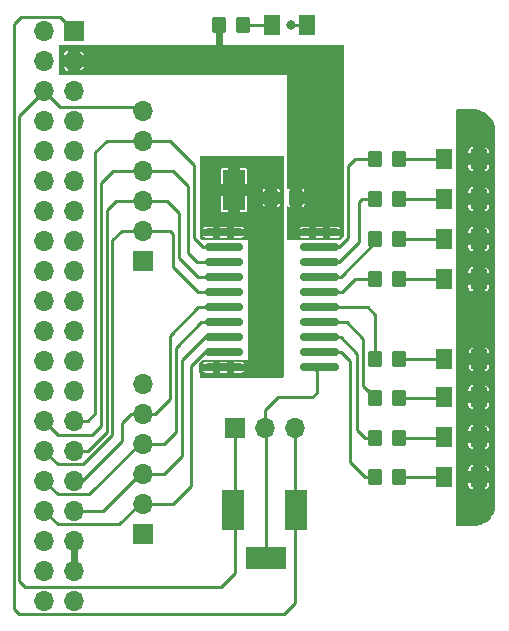
<source format=gbr>
%TF.GenerationSoftware,KiCad,Pcbnew,8.0.2*%
%TF.CreationDate,2024-05-07T14:35:48-05:00*%
%TF.ProjectId,CERBERUS 2100 Blinky,43455242-4552-4555-9320-323130302042,rev?*%
%TF.SameCoordinates,Original*%
%TF.FileFunction,Copper,L1,Top*%
%TF.FilePolarity,Positive*%
%FSLAX46Y46*%
G04 Gerber Fmt 4.6, Leading zero omitted, Abs format (unit mm)*
G04 Created by KiCad (PCBNEW 8.0.2) date 2024-05-07 14:35:48*
%MOMM*%
%LPD*%
G01*
G04 APERTURE LIST*
G04 Aperture macros list*
%AMRoundRect*
0 Rectangle with rounded corners*
0 $1 Rounding radius*
0 $2 $3 $4 $5 $6 $7 $8 $9 X,Y pos of 4 corners*
0 Add a 4 corners polygon primitive as box body*
4,1,4,$2,$3,$4,$5,$6,$7,$8,$9,$2,$3,0*
0 Add four circle primitives for the rounded corners*
1,1,$1+$1,$2,$3*
1,1,$1+$1,$4,$5*
1,1,$1+$1,$6,$7*
1,1,$1+$1,$8,$9*
0 Add four rect primitives between the rounded corners*
20,1,$1+$1,$2,$3,$4,$5,0*
20,1,$1+$1,$4,$5,$6,$7,0*
20,1,$1+$1,$6,$7,$8,$9,0*
20,1,$1+$1,$8,$9,$2,$3,0*%
G04 Aperture macros list end*
%TA.AperFunction,SMDPad,CuDef*%
%ADD10RoundRect,0.250001X0.462499X0.624999X-0.462499X0.624999X-0.462499X-0.624999X0.462499X-0.624999X0*%
%TD*%
%TA.AperFunction,ComponentPad*%
%ADD11R,1.700000X1.700000*%
%TD*%
%TA.AperFunction,ComponentPad*%
%ADD12O,1.700000X1.700000*%
%TD*%
%TA.AperFunction,SMDPad,CuDef*%
%ADD13RoundRect,0.250000X-0.350000X-0.450000X0.350000X-0.450000X0.350000X0.450000X-0.350000X0.450000X0*%
%TD*%
%TA.AperFunction,SMDPad,CuDef*%
%ADD14R,3.450000X1.850000*%
%TD*%
%TA.AperFunction,SMDPad,CuDef*%
%ADD15RoundRect,0.150000X-0.837500X-0.150000X0.837500X-0.150000X0.837500X0.150000X-0.837500X0.150000X0*%
%TD*%
%TA.AperFunction,SMDPad,CuDef*%
%ADD16RoundRect,0.250000X0.337500X0.475000X-0.337500X0.475000X-0.337500X-0.475000X0.337500X-0.475000X0*%
%TD*%
%TA.AperFunction,SMDPad,CuDef*%
%ADD17R,1.850000X3.450000*%
%TD*%
%TA.AperFunction,SMDPad,CuDef*%
%ADD18RoundRect,0.150000X-0.875000X-0.150000X0.875000X-0.150000X0.875000X0.150000X-0.875000X0.150000X0*%
%TD*%
%TA.AperFunction,ViaPad*%
%ADD19C,0.800000*%
%TD*%
%TA.AperFunction,Conductor*%
%ADD20C,0.609600*%
%TD*%
%TA.AperFunction,Conductor*%
%ADD21C,0.250000*%
%TD*%
G04 APERTURE END LIST*
D10*
%TO.P,D8,1,K*%
%TO.N,GND*%
X119129200Y-96477400D03*
%TO.P,D8,2,A*%
%TO.N,Net-(D8-A)*%
X116154200Y-96477400D03*
%TD*%
%TO.P,D3,1,K*%
%TO.N,GND*%
X119129200Y-76327000D03*
%TO.P,D3,2,A*%
%TO.N,Net-(D3-A)*%
X116154200Y-76327000D03*
%TD*%
D11*
%TO.P,J1,1,Pin_1*%
%TO.N,/XCLK*%
X84861400Y-62052200D03*
D12*
%TO.P,J1,2,Pin_2*%
%TO.N,GND*%
X82321400Y-62052200D03*
%TO.P,J1,3,Pin_3*%
%TO.N,+5V*%
X84861400Y-64592200D03*
%TO.P,J1,4,Pin_4*%
%TO.N,/XE*%
X82321400Y-64592200D03*
%TO.P,J1,5,Pin_5*%
%TO.N,/XBUSREQ*%
X84861400Y-67132200D03*
%TO.P,J1,6,Pin_6*%
%TO.N,/XSLC*%
X82321400Y-67132200D03*
%TO.P,J1,7,Pin_7*%
%TO.N,/XBUSACK*%
X84861400Y-69672200D03*
%TO.P,J1,8,Pin_8*%
%TO.N,/XIRQ*%
X82321400Y-69672200D03*
%TO.P,J1,9,Pin_9*%
%TO.N,/XRD*%
X84861400Y-72212200D03*
%TO.P,J1,10,Pin_10*%
%TO.N,/XWR*%
X82321400Y-72212200D03*
%TO.P,J1,11,Pin_11*%
%TO.N,/XA0*%
X84861400Y-74752200D03*
%TO.P,J1,12,Pin_12*%
%TO.N,/XA1*%
X82321400Y-74752200D03*
%TO.P,J1,13,Pin_13*%
%TO.N,/XA2*%
X84861400Y-77292200D03*
%TO.P,J1,14,Pin_14*%
%TO.N,/XA3*%
X82321400Y-77292200D03*
%TO.P,J1,15,Pin_15*%
%TO.N,/XA4*%
X84861400Y-79832200D03*
%TO.P,J1,16,Pin_16*%
%TO.N,/XA5*%
X82321400Y-79832200D03*
%TO.P,J1,17,Pin_17*%
%TO.N,/XA6*%
X84861400Y-82372200D03*
%TO.P,J1,18,Pin_18*%
%TO.N,/XA7*%
X82321400Y-82372200D03*
%TO.P,J1,19,Pin_19*%
%TO.N,/XA8*%
X84861400Y-84912200D03*
%TO.P,J1,20,Pin_20*%
%TO.N,/XA9*%
X82321400Y-84912200D03*
%TO.P,J1,21,Pin_21*%
%TO.N,/XA10*%
X84861400Y-87452200D03*
%TO.P,J1,22,Pin_22*%
%TO.N,/XA11*%
X82321400Y-87452200D03*
%TO.P,J1,23,Pin_23*%
%TO.N,/XA12*%
X84861400Y-89992200D03*
%TO.P,J1,24,Pin_24*%
%TO.N,/XA13*%
X82321400Y-89992200D03*
%TO.P,J1,25,Pin_25*%
%TO.N,/XA14*%
X84861400Y-92532200D03*
%TO.P,J1,26,Pin_26*%
%TO.N,/XA15*%
X82321400Y-92532200D03*
%TO.P,J1,27,Pin_27*%
%TO.N,/XD0*%
X84861400Y-95072200D03*
%TO.P,J1,28,Pin_28*%
%TO.N,/XD1*%
X82321400Y-95072200D03*
%TO.P,J1,29,Pin_29*%
%TO.N,/XD2*%
X84861400Y-97612200D03*
%TO.P,J1,30,Pin_30*%
%TO.N,/XD3*%
X82321400Y-97612200D03*
%TO.P,J1,31,Pin_31*%
%TO.N,/XD4*%
X84861400Y-100152200D03*
%TO.P,J1,32,Pin_32*%
%TO.N,/XD5*%
X82321400Y-100152200D03*
%TO.P,J1,33,Pin_33*%
%TO.N,/XD6*%
X84861400Y-102692200D03*
%TO.P,J1,34,Pin_34*%
%TO.N,/XD7*%
X82321400Y-102692200D03*
%TO.P,J1,35,Pin_35*%
%TO.N,+5V*%
X84861400Y-105232200D03*
%TO.P,J1,36,Pin_36*%
%TO.N,GND*%
X82321400Y-105232200D03*
%TO.P,J1,37,Pin_37*%
%TO.N,+5V*%
X84861400Y-107772200D03*
%TO.P,J1,38,Pin_38*%
%TO.N,GND*%
X82321400Y-107772200D03*
%TO.P,J1,39,Pin_39*%
%TO.N,/XIN*%
X84861400Y-110312200D03*
%TO.P,J1,40,Pin_40*%
%TO.N,GND*%
X82321400Y-110312200D03*
%TD*%
D10*
%TO.P,D9,1,K*%
%TO.N,GND*%
X119129200Y-99867400D03*
%TO.P,D9,2,A*%
%TO.N,Net-(D9-A)*%
X116154200Y-99867400D03*
%TD*%
D13*
%TO.P,R8,1*%
%TO.N,/Q6*%
X110388400Y-96524266D03*
%TO.P,R8,2*%
%TO.N,Net-(D8-A)*%
X112388400Y-96524266D03*
%TD*%
D10*
%TO.P,D7,1,K*%
%TO.N,GND*%
X119129200Y-93087400D03*
%TO.P,D7,2,A*%
%TO.N,Net-(D7-A)*%
X116154200Y-93087400D03*
%TD*%
D14*
%TO.P,TP3,1,1*%
%TO.N,/LE*%
X101092000Y-106680000D03*
%TD*%
D10*
%TO.P,D6,1,K*%
%TO.N,GND*%
X119162100Y-89838000D03*
%TO.P,D6,2,A*%
%TO.N,Net-(D6-A)*%
X116187100Y-89838000D03*
%TD*%
D15*
%TO.P,U1,1,OE*%
%TO.N,GND*%
X98137500Y-79121000D03*
%TO.P,U1,2,D0*%
%TO.N,/XD0*%
X98137500Y-80391000D03*
%TO.P,U1,3,D1*%
%TO.N,/XD1*%
X98137500Y-81661000D03*
%TO.P,U1,4,D2*%
%TO.N,/XD2*%
X98137500Y-82931000D03*
%TO.P,U1,5,D3*%
%TO.N,/XD3*%
X98137500Y-84201000D03*
%TO.P,U1,6,D4*%
%TO.N,/XD4*%
X98137500Y-85471000D03*
%TO.P,U1,7,D5*%
%TO.N,/XD5*%
X98137500Y-86741000D03*
%TO.P,U1,8,D6*%
%TO.N,/XD6*%
X98137500Y-88011000D03*
%TO.P,U1,9,D7*%
%TO.N,/XD7*%
X98137500Y-89281000D03*
%TO.P,U1,10,GND*%
%TO.N,GND*%
X98137500Y-90551000D03*
%TO.P,U1,11,Load*%
%TO.N,/LE*%
X105062500Y-90551000D03*
%TO.P,U1,12,Q7*%
%TO.N,/Q7*%
X105062500Y-89281000D03*
%TO.P,U1,13,Q6*%
%TO.N,/Q6*%
X105062500Y-88011000D03*
%TO.P,U1,14,Q5*%
%TO.N,/Q5*%
X105062500Y-86741000D03*
%TO.P,U1,15,Q4*%
%TO.N,/Q4*%
X105062500Y-85471000D03*
%TO.P,U1,16,Q3*%
%TO.N,/Q3*%
X105062500Y-84201000D03*
%TO.P,U1,17,Q2*%
%TO.N,/Q2*%
X105062500Y-82931000D03*
%TO.P,U1,18,Q1*%
%TO.N,/Q1*%
X105062500Y-81661000D03*
%TO.P,U1,19,Q0*%
%TO.N,/Q0*%
X105062500Y-80391000D03*
%TO.P,U1,20,VCC*%
%TO.N,+5V*%
X105062500Y-79121000D03*
%TD*%
D16*
%TO.P,C1,1*%
%TO.N,+5V*%
X103653500Y-76200000D03*
%TO.P,C1,2*%
%TO.N,GND*%
X101578500Y-76200000D03*
%TD*%
D13*
%TO.P,R2,1*%
%TO.N,/Q0*%
X110388400Y-72937000D03*
%TO.P,R2,2*%
%TO.N,Net-(D2-A)*%
X112388400Y-72937000D03*
%TD*%
D17*
%TO.P,TP1,1,1*%
%TO.N,GND*%
X98425000Y-75565000D03*
%TD*%
D13*
%TO.P,R1,1*%
%TO.N,+5V*%
X97171000Y-61595000D03*
%TO.P,R1,2*%
%TO.N,Net-(D1-A)*%
X99171000Y-61595000D03*
%TD*%
%TO.P,R9,1*%
%TO.N,/Q7*%
X110388400Y-99867400D03*
%TO.P,R9,2*%
%TO.N,Net-(D9-A)*%
X112388400Y-99867400D03*
%TD*%
%TO.P,R5,1*%
%TO.N,/Q3*%
X110388400Y-83107000D03*
%TO.P,R5,2*%
%TO.N,Net-(D5-A)*%
X112388400Y-83107000D03*
%TD*%
D17*
%TO.P,TP2,1,1*%
%TO.N,/XSLC*%
X98298000Y-102616000D03*
%TD*%
D10*
%TO.P,D2,1,K*%
%TO.N,GND*%
X119129200Y-72937000D03*
%TO.P,D2,2,A*%
%TO.N,Net-(D2-A)*%
X116154200Y-72937000D03*
%TD*%
%TO.P,D5,1,K*%
%TO.N,GND*%
X119129200Y-83107000D03*
%TO.P,D5,2,A*%
%TO.N,Net-(D5-A)*%
X116154200Y-83107000D03*
%TD*%
%TO.P,D4,1,K*%
%TO.N,GND*%
X119129200Y-79717000D03*
%TO.P,D4,2,A*%
%TO.N,Net-(D4-A)*%
X116154200Y-79717000D03*
%TD*%
D13*
%TO.P,R7,1*%
%TO.N,/Q5*%
X110388400Y-93181133D03*
%TO.P,R7,2*%
%TO.N,Net-(D7-A)*%
X112388400Y-93181133D03*
%TD*%
%TO.P,R6,1*%
%TO.N,/Q4*%
X110388400Y-89838000D03*
%TO.P,R6,2*%
%TO.N,Net-(D6-A)*%
X112388400Y-89838000D03*
%TD*%
D11*
%TO.P,J2,1,Pin_1*%
%TO.N,/XSLC*%
X98526600Y-95656400D03*
D12*
%TO.P,J2,2,Pin_2*%
%TO.N,/LE*%
X101066600Y-95656400D03*
%TO.P,J2,3,Pin_3*%
%TO.N,/XCLK*%
X103606600Y-95656400D03*
%TD*%
D10*
%TO.P,D1,1,K*%
%TO.N,GND*%
X104611500Y-61595000D03*
%TO.P,D1,2,A*%
%TO.N,Net-(D1-A)*%
X101636500Y-61595000D03*
%TD*%
D17*
%TO.P,TP4,1,1*%
%TO.N,/XCLK*%
X103632000Y-102616000D03*
%TD*%
D18*
%TO.P,U2,1,OE*%
%TO.N,GND*%
X96950000Y-79121000D03*
%TO.P,U2,2,D0*%
%TO.N,/XD0*%
X96950000Y-80391000D03*
%TO.P,U2,3,D1*%
%TO.N,/XD1*%
X96950000Y-81661000D03*
%TO.P,U2,4,D2*%
%TO.N,/XD2*%
X96950000Y-82931000D03*
%TO.P,U2,5,D3*%
%TO.N,/XD3*%
X96950000Y-84201000D03*
%TO.P,U2,6,D4*%
%TO.N,/XD4*%
X96950000Y-85471000D03*
%TO.P,U2,7,D5*%
%TO.N,/XD5*%
X96950000Y-86741000D03*
%TO.P,U2,8,D6*%
%TO.N,/XD6*%
X96950000Y-88011000D03*
%TO.P,U2,9,D7*%
%TO.N,/XD7*%
X96950000Y-89281000D03*
%TO.P,U2,10,GND*%
%TO.N,GND*%
X96950000Y-90551000D03*
%TO.P,U2,11,Load*%
%TO.N,/LE*%
X106250000Y-90551000D03*
%TO.P,U2,12,Q7*%
%TO.N,/Q7*%
X106250000Y-89281000D03*
%TO.P,U2,13,Q6*%
%TO.N,/Q6*%
X106250000Y-88011000D03*
%TO.P,U2,14,Q5*%
%TO.N,/Q5*%
X106250000Y-86741000D03*
%TO.P,U2,15,Q4*%
%TO.N,/Q4*%
X106250000Y-85471000D03*
%TO.P,U2,16,Q3*%
%TO.N,/Q3*%
X106250000Y-84201000D03*
%TO.P,U2,17,Q2*%
%TO.N,/Q2*%
X106250000Y-82931000D03*
%TO.P,U2,18,Q1*%
%TO.N,/Q1*%
X106250000Y-81661000D03*
%TO.P,U2,19,Q0*%
%TO.N,/Q0*%
X106250000Y-80391000D03*
%TO.P,U2,20,VCC*%
%TO.N,+5V*%
X106250000Y-79121000D03*
%TD*%
D11*
%TO.P,J3,1,Pin_1*%
%TO.N,GND*%
X90678000Y-81534000D03*
D12*
%TO.P,J3,2,Pin_2*%
%TO.N,/XD3*%
X90678000Y-78994000D03*
%TO.P,J3,3,Pin_3*%
%TO.N,/XD2*%
X90678000Y-76454000D03*
%TO.P,J3,4,Pin_4*%
%TO.N,/XD1*%
X90678000Y-73914000D03*
%TO.P,J3,5,Pin_5*%
%TO.N,/XD0*%
X90678000Y-71374000D03*
%TO.P,J3,6,Pin_6*%
%TO.N,/XSLC*%
X90678000Y-68834000D03*
%TD*%
D13*
%TO.P,R3,1*%
%TO.N,/Q1*%
X110388400Y-76327000D03*
%TO.P,R3,2*%
%TO.N,Net-(D3-A)*%
X112388400Y-76327000D03*
%TD*%
%TO.P,R4,1*%
%TO.N,/Q2*%
X110388400Y-79717000D03*
%TO.P,R4,2*%
%TO.N,Net-(D4-A)*%
X112388400Y-79717000D03*
%TD*%
D11*
%TO.P,J4,1,Pin_1*%
%TO.N,GND*%
X90678000Y-104648000D03*
D12*
%TO.P,J4,2,Pin_2*%
%TO.N,/XD7*%
X90678000Y-102108000D03*
%TO.P,J4,3,Pin_3*%
%TO.N,/XD6*%
X90678000Y-99568000D03*
%TO.P,J4,4,Pin_4*%
%TO.N,/XD5*%
X90678000Y-97028000D03*
%TO.P,J4,5,Pin_5*%
%TO.N,/XD4*%
X90678000Y-94488000D03*
%TO.P,J4,6,Pin_6*%
%TO.N,/XE*%
X90678000Y-91948000D03*
%TD*%
D19*
%TO.N,GND*%
X96266000Y-77470000D03*
X117823100Y-79818600D03*
X103251000Y-61595000D03*
X117823100Y-99935400D03*
X117873900Y-76415000D03*
X117873900Y-96481000D03*
X117856000Y-89916000D03*
X99695000Y-79121000D03*
X101219000Y-81026000D03*
X96139000Y-73406000D03*
X99822000Y-90551000D03*
X101219000Y-83566000D03*
X117856000Y-72948800D03*
X100330000Y-76200000D03*
X101727000Y-73406000D03*
X117823100Y-93128200D03*
X101219000Y-86106000D03*
X101219000Y-88646000D03*
X117823100Y-83069800D03*
%TD*%
D20*
%TO.N,+5V*%
X95834200Y-64592200D02*
X84861400Y-64592200D01*
X84861400Y-105232200D02*
X84861400Y-107772200D01*
X97171000Y-61595000D02*
X97171000Y-63357000D01*
X95885000Y-64643000D02*
X95834200Y-64592200D01*
X97171000Y-63357000D02*
X95885000Y-64643000D01*
D21*
%TO.N,GND*%
X119129200Y-89904200D02*
X117867800Y-89904200D01*
X119096300Y-83058000D02*
X117834900Y-83058000D01*
X119096300Y-93116400D02*
X117834900Y-93116400D01*
X119096300Y-99923600D02*
X117834900Y-99923600D01*
X98137500Y-79121000D02*
X99695000Y-79121000D01*
X119096300Y-79806800D02*
X117834900Y-79806800D01*
X101578500Y-76200000D02*
X100330000Y-76200000D01*
X117867800Y-72937000D02*
X117856000Y-72948800D01*
X103251000Y-61595000D02*
X104611500Y-61595000D01*
%TO.N,Net-(D1-A)*%
X99171000Y-61595000D02*
X101636500Y-61595000D01*
%TO.N,Net-(D2-A)*%
X112388400Y-72937000D02*
X116154200Y-72937000D01*
%TO.N,Net-(D3-A)*%
X112388400Y-76327000D02*
X116154200Y-76327000D01*
%TO.N,Net-(D4-A)*%
X112388400Y-79717000D02*
X116154200Y-79717000D01*
%TO.N,Net-(D5-A)*%
X112388400Y-83107000D02*
X116154200Y-83107000D01*
%TO.N,Net-(D6-A)*%
X112388400Y-89838000D02*
X116187100Y-89838000D01*
%TO.N,Net-(D7-A)*%
X116060467Y-93181133D02*
X116154200Y-93087400D01*
X112388400Y-93181133D02*
X116060467Y-93181133D01*
%TO.N,Net-(D8-A)*%
X116107334Y-96524266D02*
X116154200Y-96477400D01*
X112388400Y-96524266D02*
X116107334Y-96524266D01*
%TO.N,Net-(D9-A)*%
X112388400Y-99867400D02*
X116154200Y-99867400D01*
%TO.N,/XD1*%
X94488000Y-80899000D02*
X95250000Y-81661000D01*
X86360000Y-96266000D02*
X83515200Y-96266000D01*
X94488000Y-75184000D02*
X94488000Y-80899000D01*
X95250000Y-81661000D02*
X98137500Y-81661000D01*
X88138000Y-73914000D02*
X87122000Y-74930000D01*
X87122000Y-95504000D02*
X86360000Y-96266000D01*
X90932000Y-73914000D02*
X88138000Y-73914000D01*
X93218000Y-73914000D02*
X94488000Y-75184000D01*
X87122000Y-74930000D02*
X87122000Y-95504000D01*
X83515200Y-96266000D02*
X82321400Y-95072200D01*
X90678000Y-73914000D02*
X93218000Y-73914000D01*
%TO.N,/XD5*%
X93472000Y-96012000D02*
X93472000Y-88900000D01*
X83496400Y-101327200D02*
X86124800Y-101327200D01*
X93472000Y-88900000D02*
X95631000Y-86741000D01*
X92456000Y-97028000D02*
X93472000Y-96012000D01*
X82321400Y-100152200D02*
X83496400Y-101327200D01*
X90678000Y-97028000D02*
X92456000Y-97028000D01*
X95631000Y-86741000D02*
X98137500Y-86741000D01*
X86124800Y-101327200D02*
X90754200Y-96697800D01*
%TO.N,/XD7*%
X94742000Y-100584000D02*
X94742000Y-90464001D01*
X95925001Y-89281000D02*
X98137500Y-89281000D01*
X88664800Y-103867200D02*
X90754200Y-101777800D01*
X94742000Y-90464001D02*
X95925001Y-89281000D01*
X82321400Y-102692200D02*
X83496400Y-103867200D01*
X83496400Y-103867200D02*
X88664800Y-103867200D01*
X90678000Y-102108000D02*
X93218000Y-102108000D01*
X93218000Y-102108000D02*
X94742000Y-100584000D01*
%TO.N,/XD2*%
X92710000Y-76454000D02*
X93726000Y-77470000D01*
X88392000Y-76454000D02*
X90932000Y-76454000D01*
X90678000Y-76454000D02*
X92710000Y-76454000D01*
X86063481Y-97612200D02*
X87630000Y-96045681D01*
X93726000Y-81280000D02*
X95377000Y-82931000D01*
X93726000Y-77470000D02*
X93726000Y-81280000D01*
X87630000Y-96045681D02*
X87630000Y-77216000D01*
X84861400Y-97612200D02*
X86063481Y-97612200D01*
X87630000Y-77216000D02*
X88392000Y-76454000D01*
X95377000Y-82931000D02*
X96950000Y-82931000D01*
%TO.N,/XD3*%
X83496400Y-98787200D02*
X85616800Y-98787200D01*
X82321400Y-97612200D02*
X83496400Y-98787200D01*
X88080000Y-96324000D02*
X88080000Y-79814000D01*
X95377000Y-84201000D02*
X96950000Y-84201000D01*
X92964000Y-78994000D02*
X93218000Y-79248000D01*
X88900000Y-78994000D02*
X90678000Y-78994000D01*
X88080000Y-79814000D02*
X88900000Y-78994000D01*
X93218000Y-79248000D02*
X93218000Y-82042000D01*
X85616800Y-98787200D02*
X88080000Y-96324000D01*
X90678000Y-78994000D02*
X92964000Y-78994000D01*
X93218000Y-82042000D02*
X95377000Y-84201000D01*
%TO.N,/XD6*%
X93980000Y-98044000D02*
X93980000Y-89956001D01*
X87299800Y-102692200D02*
X90754200Y-99237800D01*
X90678000Y-99568000D02*
X92456000Y-99568000D01*
X92456000Y-99568000D02*
X93980000Y-98044000D01*
X84861400Y-102692200D02*
X87299800Y-102692200D01*
X93980000Y-89956001D02*
X95925001Y-88011000D01*
X95925001Y-88011000D02*
X98137500Y-88011000D01*
%TO.N,/XSLC*%
X90678000Y-68834000D02*
X90341200Y-68497200D01*
X98526600Y-95656400D02*
X98526600Y-107950000D01*
X80206000Y-108661200D02*
X80206000Y-69247600D01*
X83686400Y-68497200D02*
X82321400Y-67132200D01*
X80206000Y-108661200D02*
X80682000Y-109137200D01*
X90341200Y-68497200D02*
X83686400Y-68497200D01*
X80206000Y-69247600D02*
X82321400Y-67132200D01*
X97339400Y-109137200D02*
X98526600Y-107950000D01*
X80682000Y-109137200D02*
X97339400Y-109137200D01*
%TO.N,/XD4*%
X85521800Y-100152200D02*
X88900000Y-96774000D01*
X89662000Y-94488000D02*
X90678000Y-94488000D01*
X96950000Y-85471000D02*
X98137500Y-85471000D01*
X91694000Y-94488000D02*
X92964000Y-93218000D01*
X95377000Y-85471000D02*
X98137500Y-85471000D01*
X88900000Y-96774000D02*
X88900000Y-95250000D01*
X92964000Y-93218000D02*
X92964000Y-87884000D01*
X88900000Y-95250000D02*
X89662000Y-94488000D01*
X92964000Y-87884000D02*
X95377000Y-85471000D01*
X84861400Y-100152200D02*
X85521800Y-100152200D01*
X90678000Y-94488000D02*
X91694000Y-94488000D01*
%TO.N,/XCLK*%
X80346800Y-60877200D02*
X79756000Y-61468000D01*
X83686400Y-60877200D02*
X80346800Y-60877200D01*
X80245200Y-111487200D02*
X102660200Y-111487200D01*
X84861400Y-62052200D02*
X83686400Y-60877200D01*
X102660200Y-111487200D02*
X103606600Y-110540800D01*
X103606600Y-110540800D02*
X103606600Y-95656400D01*
X79756000Y-61468000D02*
X79756000Y-110998000D01*
X79756000Y-110998000D02*
X80245200Y-111487200D01*
%TO.N,/XD0*%
X87630000Y-71374000D02*
X90932000Y-71374000D01*
X86029800Y-95072200D02*
X86672000Y-94430000D01*
X95778000Y-80391000D02*
X98137500Y-80391000D01*
X86672000Y-94430000D02*
X86672000Y-72332000D01*
X94996000Y-79609000D02*
X95778000Y-80391000D01*
X94996000Y-73406000D02*
X94996000Y-79609000D01*
X90678000Y-71374000D02*
X92964000Y-71374000D01*
X86672000Y-72332000D02*
X87630000Y-71374000D01*
X92964000Y-71374000D02*
X94996000Y-73406000D01*
X84861400Y-95072200D02*
X86029800Y-95072200D01*
%TO.N,/LE*%
X101066600Y-94132400D02*
X102108000Y-93091000D01*
X101066600Y-95656400D02*
X101066600Y-95732600D01*
X101066600Y-95732600D02*
X101092000Y-95758000D01*
X105029000Y-93091000D02*
X105410000Y-92710000D01*
X102108000Y-93091000D02*
X105029000Y-93091000D01*
X105410000Y-90898500D02*
X105062500Y-90551000D01*
X101092000Y-95758000D02*
X101092000Y-106680000D01*
X101066600Y-95656400D02*
X101066600Y-94132400D01*
X105410000Y-92710000D02*
X105410000Y-90898500D01*
%TO.N,/Q0*%
X107274999Y-80391000D02*
X108077000Y-79588999D01*
X106250000Y-80391000D02*
X107274999Y-80391000D01*
X108077000Y-73533000D02*
X108673000Y-72937000D01*
X108077000Y-79588999D02*
X108077000Y-73533000D01*
X108673000Y-72937000D02*
X110388400Y-72937000D01*
%TO.N,/Q1*%
X106250000Y-81661000D02*
X107274999Y-81661000D01*
X108966000Y-76581000D02*
X109220000Y-76327000D01*
X107274999Y-81661000D02*
X108966000Y-79969999D01*
X108966000Y-79969999D02*
X108966000Y-76581000D01*
X109220000Y-76327000D02*
X110388400Y-76327000D01*
%TO.N,/Q2*%
X107442000Y-82931000D02*
X110388400Y-79984600D01*
X106250000Y-82931000D02*
X107442000Y-82931000D01*
X110388400Y-79984600D02*
X110388400Y-79717000D01*
%TO.N,/Q3*%
X107569000Y-84201000D02*
X108663000Y-83107000D01*
X108663000Y-83107000D02*
X110388400Y-83107000D01*
X106250000Y-84201000D02*
X107569000Y-84201000D01*
%TO.N,/Q4*%
X106250000Y-85471000D02*
X109728000Y-85471000D01*
X110388400Y-86131400D02*
X110388400Y-89838000D01*
X109728000Y-85471000D02*
X110388400Y-86131400D01*
%TO.N,/Q5*%
X106250000Y-86741000D02*
X107950000Y-86741000D01*
X109347000Y-88138000D02*
X109347000Y-92139733D01*
X109728000Y-92520733D02*
X110388400Y-93181133D01*
X109347000Y-92139733D02*
X110388400Y-93181133D01*
X107950000Y-86741000D02*
X109347000Y-88138000D01*
%TO.N,/Q6*%
X106250000Y-88011000D02*
X107442000Y-88011000D01*
X108839000Y-89408000D02*
X108839000Y-95885000D01*
X107442000Y-88011000D02*
X108839000Y-89408000D01*
X109478266Y-96524266D02*
X110388400Y-96524266D01*
X108839000Y-95885000D02*
X109478266Y-96524266D01*
%TO.N,/Q7*%
X107442000Y-89281000D02*
X106250000Y-89281000D01*
X110388400Y-99867400D02*
X109519400Y-99867400D01*
X108204000Y-90043000D02*
X107442000Y-89281000D01*
X109519400Y-99867400D02*
X108204000Y-98552000D01*
X108204000Y-98552000D02*
X108204000Y-90043000D01*
%TD*%
%TA.AperFunction,Conductor*%
%TO.N,GND*%
G36*
X118682787Y-68707660D02*
G01*
X118919825Y-68723200D01*
X118929565Y-68724483D01*
X119160135Y-68770350D01*
X119169626Y-68772893D01*
X119392237Y-68848463D01*
X119401316Y-68852224D01*
X119503900Y-68902814D01*
X119612147Y-68956198D01*
X119620665Y-68961116D01*
X119644500Y-68977042D01*
X119816125Y-69091720D01*
X119823925Y-69097705D01*
X120000662Y-69252703D01*
X120007618Y-69259659D01*
X120162609Y-69436396D01*
X120168597Y-69444199D01*
X120299204Y-69639667D01*
X120304119Y-69648181D01*
X120408088Y-69859014D01*
X120411852Y-69868102D01*
X120487412Y-70090697D01*
X120489958Y-70100198D01*
X120535819Y-70330757D01*
X120537103Y-70340510D01*
X120551132Y-70554556D01*
X120552673Y-70578055D01*
X120552834Y-70582973D01*
X120552834Y-102137538D01*
X120552673Y-102142456D01*
X120537137Y-102379493D01*
X120535853Y-102389246D01*
X120489991Y-102619809D01*
X120487445Y-102629310D01*
X120411884Y-102851910D01*
X120408120Y-102860998D01*
X120304146Y-103071838D01*
X120299228Y-103080356D01*
X120168627Y-103275817D01*
X120162639Y-103283621D01*
X120007642Y-103460364D01*
X120000686Y-103467320D01*
X119823945Y-103622321D01*
X119816141Y-103628309D01*
X119620682Y-103758912D01*
X119612164Y-103763830D01*
X119401333Y-103867805D01*
X119392245Y-103871570D01*
X119169640Y-103947137D01*
X119160139Y-103949683D01*
X118929577Y-103995548D01*
X118919825Y-103996832D01*
X118683307Y-104012339D01*
X118678387Y-104012500D01*
X117296200Y-104012500D01*
X117247862Y-103994907D01*
X117222142Y-103950358D01*
X117221000Y-103937300D01*
X117221000Y-100524074D01*
X118264301Y-100524074D01*
X118279222Y-100618296D01*
X118337094Y-100731874D01*
X118427225Y-100822005D01*
X118540801Y-100879875D01*
X118540800Y-100879875D01*
X118629199Y-100893876D01*
X118629200Y-100893876D01*
X118629200Y-100893875D01*
X119629200Y-100893875D01*
X119717594Y-100879877D01*
X119717598Y-100879876D01*
X119831174Y-100822005D01*
X119921305Y-100731874D01*
X119979175Y-100618299D01*
X119994099Y-100524071D01*
X119994100Y-100524063D01*
X119994100Y-100367400D01*
X119629200Y-100367400D01*
X119629200Y-100893875D01*
X118629200Y-100893875D01*
X118629200Y-100367400D01*
X118264301Y-100367400D01*
X118264301Y-100524074D01*
X117221000Y-100524074D01*
X117221000Y-99210728D01*
X118264300Y-99210728D01*
X118264300Y-99367400D01*
X118629200Y-99367400D01*
X119629200Y-99367400D01*
X119994099Y-99367400D01*
X119994099Y-99210737D01*
X119994098Y-99210725D01*
X119979177Y-99116503D01*
X119921305Y-99002925D01*
X119831174Y-98912794D01*
X119717596Y-98854924D01*
X119717595Y-98854923D01*
X119629200Y-98840923D01*
X119629200Y-99367400D01*
X118629200Y-99367400D01*
X118629200Y-98840924D01*
X118629199Y-98840923D01*
X118540800Y-98854924D01*
X118427225Y-98912794D01*
X118337094Y-99002925D01*
X118279224Y-99116500D01*
X118264300Y-99210728D01*
X117221000Y-99210728D01*
X117221000Y-97134074D01*
X118264301Y-97134074D01*
X118279222Y-97228296D01*
X118337094Y-97341874D01*
X118427225Y-97432005D01*
X118540801Y-97489875D01*
X118540800Y-97489875D01*
X118629199Y-97503876D01*
X118629200Y-97503876D01*
X118629200Y-97503875D01*
X119629200Y-97503875D01*
X119717594Y-97489877D01*
X119717598Y-97489876D01*
X119831174Y-97432005D01*
X119921305Y-97341874D01*
X119979175Y-97228299D01*
X119994099Y-97134071D01*
X119994100Y-97134063D01*
X119994100Y-96977400D01*
X119629200Y-96977400D01*
X119629200Y-97503875D01*
X118629200Y-97503875D01*
X118629200Y-96977400D01*
X118264301Y-96977400D01*
X118264301Y-97134074D01*
X117221000Y-97134074D01*
X117221000Y-95820728D01*
X118264300Y-95820728D01*
X118264300Y-95977400D01*
X118629200Y-95977400D01*
X119629200Y-95977400D01*
X119994099Y-95977400D01*
X119994099Y-95820737D01*
X119994098Y-95820725D01*
X119979177Y-95726503D01*
X119921305Y-95612925D01*
X119831174Y-95522794D01*
X119717596Y-95464924D01*
X119717595Y-95464923D01*
X119629200Y-95450923D01*
X119629200Y-95977400D01*
X118629200Y-95977400D01*
X118629200Y-95450924D01*
X118629199Y-95450923D01*
X118540800Y-95464924D01*
X118427225Y-95522794D01*
X118337094Y-95612925D01*
X118279224Y-95726500D01*
X118264300Y-95820728D01*
X117221000Y-95820728D01*
X117221000Y-93744074D01*
X118264301Y-93744074D01*
X118279222Y-93838296D01*
X118337094Y-93951874D01*
X118427225Y-94042005D01*
X118540801Y-94099875D01*
X118540800Y-94099875D01*
X118629199Y-94113876D01*
X118629200Y-94113876D01*
X118629200Y-94113875D01*
X119629200Y-94113875D01*
X119717594Y-94099877D01*
X119717598Y-94099876D01*
X119831174Y-94042005D01*
X119921305Y-93951874D01*
X119979175Y-93838299D01*
X119994099Y-93744071D01*
X119994100Y-93744063D01*
X119994100Y-93587400D01*
X119629200Y-93587400D01*
X119629200Y-94113875D01*
X118629200Y-94113875D01*
X118629200Y-93587400D01*
X118264301Y-93587400D01*
X118264301Y-93744074D01*
X117221000Y-93744074D01*
X117221000Y-92430728D01*
X118264300Y-92430728D01*
X118264300Y-92587400D01*
X118629200Y-92587400D01*
X119629200Y-92587400D01*
X119994099Y-92587400D01*
X119994099Y-92430737D01*
X119994098Y-92430725D01*
X119979177Y-92336503D01*
X119921305Y-92222925D01*
X119831174Y-92132794D01*
X119717596Y-92074924D01*
X119717595Y-92074923D01*
X119629200Y-92060923D01*
X119629200Y-92587400D01*
X118629200Y-92587400D01*
X118629200Y-92060924D01*
X118629199Y-92060923D01*
X118540800Y-92074924D01*
X118427225Y-92132794D01*
X118337094Y-92222925D01*
X118279224Y-92336500D01*
X118264300Y-92430728D01*
X117221000Y-92430728D01*
X117221000Y-90494674D01*
X118297201Y-90494674D01*
X118312122Y-90588896D01*
X118369994Y-90702474D01*
X118460125Y-90792605D01*
X118573701Y-90850475D01*
X118573700Y-90850475D01*
X118662099Y-90864476D01*
X118662100Y-90864476D01*
X118662100Y-90864475D01*
X119662100Y-90864475D01*
X119750494Y-90850477D01*
X119750498Y-90850476D01*
X119864074Y-90792605D01*
X119954205Y-90702474D01*
X120012075Y-90588899D01*
X120026999Y-90494671D01*
X120027000Y-90494663D01*
X120027000Y-90338000D01*
X119662100Y-90338000D01*
X119662100Y-90864475D01*
X118662100Y-90864475D01*
X118662100Y-90338000D01*
X118297201Y-90338000D01*
X118297201Y-90494674D01*
X117221000Y-90494674D01*
X117221000Y-89181328D01*
X118297200Y-89181328D01*
X118297200Y-89338000D01*
X118662100Y-89338000D01*
X119662100Y-89338000D01*
X120026999Y-89338000D01*
X120026999Y-89181337D01*
X120026998Y-89181325D01*
X120012077Y-89087103D01*
X119954205Y-88973525D01*
X119864074Y-88883394D01*
X119750496Y-88825524D01*
X119750495Y-88825523D01*
X119662100Y-88811523D01*
X119662100Y-89338000D01*
X118662100Y-89338000D01*
X118662100Y-88811524D01*
X118662099Y-88811523D01*
X118573700Y-88825524D01*
X118460125Y-88883394D01*
X118369994Y-88973525D01*
X118312124Y-89087100D01*
X118297200Y-89181328D01*
X117221000Y-89181328D01*
X117221000Y-83763674D01*
X118264301Y-83763674D01*
X118279222Y-83857896D01*
X118337094Y-83971474D01*
X118427225Y-84061605D01*
X118540801Y-84119475D01*
X118540800Y-84119475D01*
X118629199Y-84133476D01*
X118629200Y-84133476D01*
X118629200Y-84133475D01*
X119629200Y-84133475D01*
X119717594Y-84119477D01*
X119717598Y-84119476D01*
X119831174Y-84061605D01*
X119921305Y-83971474D01*
X119979175Y-83857899D01*
X119994099Y-83763671D01*
X119994100Y-83763663D01*
X119994100Y-83607000D01*
X119629200Y-83607000D01*
X119629200Y-84133475D01*
X118629200Y-84133475D01*
X118629200Y-83607000D01*
X118264301Y-83607000D01*
X118264301Y-83763674D01*
X117221000Y-83763674D01*
X117221000Y-82450328D01*
X118264300Y-82450328D01*
X118264300Y-82607000D01*
X118629200Y-82607000D01*
X119629200Y-82607000D01*
X119994099Y-82607000D01*
X119994099Y-82450337D01*
X119994098Y-82450325D01*
X119979177Y-82356103D01*
X119921305Y-82242525D01*
X119831174Y-82152394D01*
X119717596Y-82094524D01*
X119717595Y-82094523D01*
X119629200Y-82080523D01*
X119629200Y-82607000D01*
X118629200Y-82607000D01*
X118629200Y-82080524D01*
X118629199Y-82080523D01*
X118540800Y-82094524D01*
X118427225Y-82152394D01*
X118337094Y-82242525D01*
X118279224Y-82356100D01*
X118264300Y-82450328D01*
X117221000Y-82450328D01*
X117221000Y-80373674D01*
X118264301Y-80373674D01*
X118279222Y-80467896D01*
X118337094Y-80581474D01*
X118427225Y-80671605D01*
X118540801Y-80729475D01*
X118540800Y-80729475D01*
X118629199Y-80743476D01*
X118629200Y-80743476D01*
X118629200Y-80743475D01*
X119629200Y-80743475D01*
X119717594Y-80729477D01*
X119717598Y-80729476D01*
X119831174Y-80671605D01*
X119921305Y-80581474D01*
X119979175Y-80467899D01*
X119994099Y-80373671D01*
X119994100Y-80373663D01*
X119994100Y-80217000D01*
X119629200Y-80217000D01*
X119629200Y-80743475D01*
X118629200Y-80743475D01*
X118629200Y-80217000D01*
X118264301Y-80217000D01*
X118264301Y-80373674D01*
X117221000Y-80373674D01*
X117221000Y-79060328D01*
X118264300Y-79060328D01*
X118264300Y-79217000D01*
X118629200Y-79217000D01*
X119629200Y-79217000D01*
X119994099Y-79217000D01*
X119994099Y-79060337D01*
X119994098Y-79060325D01*
X119979177Y-78966103D01*
X119921305Y-78852525D01*
X119831174Y-78762394D01*
X119717596Y-78704524D01*
X119717595Y-78704523D01*
X119629200Y-78690523D01*
X119629200Y-79217000D01*
X118629200Y-79217000D01*
X118629200Y-78690524D01*
X118629199Y-78690523D01*
X118540800Y-78704524D01*
X118427225Y-78762394D01*
X118337094Y-78852525D01*
X118279224Y-78966100D01*
X118264300Y-79060328D01*
X117221000Y-79060328D01*
X117221000Y-76983674D01*
X118264301Y-76983674D01*
X118279222Y-77077896D01*
X118337094Y-77191474D01*
X118427225Y-77281605D01*
X118540801Y-77339475D01*
X118540800Y-77339475D01*
X118629199Y-77353476D01*
X118629200Y-77353476D01*
X118629200Y-77353475D01*
X119629200Y-77353475D01*
X119717594Y-77339477D01*
X119717598Y-77339476D01*
X119831174Y-77281605D01*
X119921305Y-77191474D01*
X119979175Y-77077899D01*
X119994099Y-76983671D01*
X119994100Y-76983663D01*
X119994100Y-76827000D01*
X119629200Y-76827000D01*
X119629200Y-77353475D01*
X118629200Y-77353475D01*
X118629200Y-76827000D01*
X118264301Y-76827000D01*
X118264301Y-76983674D01*
X117221000Y-76983674D01*
X117221000Y-75670328D01*
X118264300Y-75670328D01*
X118264300Y-75827000D01*
X118629200Y-75827000D01*
X119629200Y-75827000D01*
X119994099Y-75827000D01*
X119994099Y-75670337D01*
X119994098Y-75670325D01*
X119979177Y-75576103D01*
X119921305Y-75462525D01*
X119831174Y-75372394D01*
X119717596Y-75314524D01*
X119717595Y-75314523D01*
X119629200Y-75300523D01*
X119629200Y-75827000D01*
X118629200Y-75827000D01*
X118629200Y-75300524D01*
X118629199Y-75300523D01*
X118540800Y-75314524D01*
X118427225Y-75372394D01*
X118337094Y-75462525D01*
X118279224Y-75576100D01*
X118264300Y-75670328D01*
X117221000Y-75670328D01*
X117221000Y-73593674D01*
X118264301Y-73593674D01*
X118279222Y-73687896D01*
X118337094Y-73801474D01*
X118427225Y-73891605D01*
X118540801Y-73949475D01*
X118540800Y-73949475D01*
X118629199Y-73963476D01*
X118629200Y-73963476D01*
X118629200Y-73963475D01*
X119629200Y-73963475D01*
X119717594Y-73949477D01*
X119717598Y-73949476D01*
X119831174Y-73891605D01*
X119921305Y-73801474D01*
X119979175Y-73687899D01*
X119994099Y-73593671D01*
X119994100Y-73593663D01*
X119994100Y-73437000D01*
X119629200Y-73437000D01*
X119629200Y-73963475D01*
X118629200Y-73963475D01*
X118629200Y-73437000D01*
X118264301Y-73437000D01*
X118264301Y-73593674D01*
X117221000Y-73593674D01*
X117221000Y-72280328D01*
X118264300Y-72280328D01*
X118264300Y-72437000D01*
X118629200Y-72437000D01*
X119629200Y-72437000D01*
X119994099Y-72437000D01*
X119994099Y-72280337D01*
X119994098Y-72280325D01*
X119979177Y-72186103D01*
X119921305Y-72072525D01*
X119831174Y-71982394D01*
X119717596Y-71924524D01*
X119717595Y-71924523D01*
X119629200Y-71910523D01*
X119629200Y-72437000D01*
X118629200Y-72437000D01*
X118629200Y-71910524D01*
X118629199Y-71910523D01*
X118540800Y-71924524D01*
X118427225Y-71982394D01*
X118337094Y-72072525D01*
X118279224Y-72186100D01*
X118264300Y-72280328D01*
X117221000Y-72280328D01*
X117221000Y-68782700D01*
X117238593Y-68734362D01*
X117283142Y-68708642D01*
X117296200Y-68707500D01*
X118651231Y-68707500D01*
X118677869Y-68707500D01*
X118682787Y-68707660D01*
G37*
%TD.AperFunction*%
%TD*%
%TA.AperFunction,Conductor*%
%TO.N,+5V*%
G36*
X107669138Y-63263593D02*
G01*
X107694858Y-63308142D01*
X107696000Y-63321200D01*
X107696000Y-79478523D01*
X107678407Y-79526861D01*
X107673975Y-79531697D01*
X107471699Y-79733974D01*
X107425078Y-79755714D01*
X107418524Y-79756000D01*
X102945200Y-79756000D01*
X102896862Y-79738407D01*
X102871142Y-79693858D01*
X102870000Y-79680800D01*
X102870000Y-79421000D01*
X103960665Y-79421000D01*
X103971198Y-79444856D01*
X103971201Y-79444860D01*
X104051139Y-79524798D01*
X104051142Y-79524800D01*
X104154567Y-79570467D01*
X104179850Y-79573400D01*
X104762500Y-79573400D01*
X105362500Y-79573400D01*
X105950000Y-79573400D01*
X106550000Y-79573400D01*
X107170150Y-79573400D01*
X107195432Y-79570467D01*
X107298857Y-79524800D01*
X107298860Y-79524798D01*
X107378798Y-79444860D01*
X107378801Y-79444856D01*
X107389334Y-79421000D01*
X106550000Y-79421000D01*
X106550000Y-79573400D01*
X105950000Y-79573400D01*
X105950000Y-79421000D01*
X105362500Y-79421000D01*
X105362500Y-79573400D01*
X104762500Y-79573400D01*
X104762500Y-79421000D01*
X103960665Y-79421000D01*
X102870000Y-79421000D01*
X102870000Y-78820999D01*
X103960665Y-78820999D01*
X103960665Y-78821000D01*
X104762500Y-78821000D01*
X105362500Y-78821000D01*
X105950000Y-78821000D01*
X106550000Y-78821000D01*
X107389335Y-78821000D01*
X107389334Y-78820999D01*
X107378801Y-78797143D01*
X107378798Y-78797139D01*
X107298860Y-78717201D01*
X107298857Y-78717199D01*
X107195432Y-78671532D01*
X107170150Y-78668600D01*
X106550000Y-78668600D01*
X106550000Y-78821000D01*
X105950000Y-78821000D01*
X105950000Y-78668600D01*
X105362500Y-78668600D01*
X105362500Y-78821000D01*
X104762500Y-78821000D01*
X104762500Y-78668600D01*
X104179850Y-78668600D01*
X104154567Y-78671532D01*
X104051142Y-78717199D01*
X104051139Y-78717201D01*
X103971201Y-78797139D01*
X103971198Y-78797143D01*
X103960665Y-78820999D01*
X102870000Y-78820999D01*
X102870000Y-76979628D01*
X102887593Y-76931290D01*
X102932142Y-76905570D01*
X102982800Y-76914503D01*
X102998374Y-76926454D01*
X103076525Y-77004605D01*
X103153499Y-77043825D01*
X103153500Y-77043825D01*
X104153500Y-77043825D01*
X104230474Y-77004605D01*
X104320605Y-76914474D01*
X104378475Y-76800899D01*
X104393399Y-76706671D01*
X104393400Y-76706664D01*
X104393400Y-76700000D01*
X104153500Y-76700000D01*
X104153500Y-77043825D01*
X103153500Y-77043825D01*
X103153500Y-75700000D01*
X104153500Y-75700000D01*
X104393400Y-75700000D01*
X104393400Y-75693336D01*
X104393399Y-75693328D01*
X104378475Y-75599100D01*
X104320605Y-75485525D01*
X104230476Y-75395396D01*
X104230473Y-75395394D01*
X104153500Y-75356173D01*
X104153500Y-75700000D01*
X103153500Y-75700000D01*
X103153500Y-75356173D01*
X103153499Y-75356173D01*
X103076526Y-75395394D01*
X103076523Y-75395396D01*
X102998374Y-75473546D01*
X102951754Y-75495286D01*
X102902067Y-75481972D01*
X102872562Y-75439835D01*
X102870000Y-75420372D01*
X102870000Y-65786000D01*
X83641200Y-65786000D01*
X83592862Y-65768407D01*
X83567142Y-65723858D01*
X83566000Y-65710800D01*
X83566000Y-65092200D01*
X83992046Y-65092200D01*
X84023899Y-65151793D01*
X84023903Y-65151799D01*
X84149166Y-65304433D01*
X84301800Y-65429696D01*
X84301802Y-65429698D01*
X84361400Y-65461552D01*
X85361400Y-65461552D01*
X85420997Y-65429698D01*
X85420999Y-65429696D01*
X85573633Y-65304433D01*
X85698896Y-65151799D01*
X85698900Y-65151793D01*
X85730754Y-65092200D01*
X85361400Y-65092200D01*
X85361400Y-65461552D01*
X84361400Y-65461552D01*
X84361400Y-65092200D01*
X83992046Y-65092200D01*
X83566000Y-65092200D01*
X83566000Y-64526374D01*
X84361400Y-64526374D01*
X84361400Y-64658026D01*
X84395475Y-64785193D01*
X84461301Y-64899207D01*
X84554393Y-64992299D01*
X84668407Y-65058125D01*
X84795574Y-65092200D01*
X84927226Y-65092200D01*
X85054393Y-65058125D01*
X85168407Y-64992299D01*
X85261499Y-64899207D01*
X85327325Y-64785193D01*
X85361400Y-64658026D01*
X85361400Y-64526374D01*
X85327325Y-64399207D01*
X85261499Y-64285193D01*
X85168407Y-64192101D01*
X85054393Y-64126275D01*
X84927226Y-64092200D01*
X85361400Y-64092200D01*
X85730754Y-64092200D01*
X85730754Y-64092199D01*
X85698900Y-64032606D01*
X85698896Y-64032600D01*
X85573633Y-63879966D01*
X85420999Y-63754703D01*
X85420993Y-63754699D01*
X85361400Y-63722845D01*
X85361400Y-64092200D01*
X84927226Y-64092200D01*
X84795574Y-64092200D01*
X84668407Y-64126275D01*
X84554393Y-64192101D01*
X84461301Y-64285193D01*
X84395475Y-64399207D01*
X84361400Y-64526374D01*
X83566000Y-64526374D01*
X83566000Y-64092199D01*
X83992045Y-64092199D01*
X83992046Y-64092200D01*
X84361400Y-64092200D01*
X84361400Y-63722846D01*
X84361399Y-63722845D01*
X84301806Y-63754699D01*
X84301800Y-63754703D01*
X84149166Y-63879966D01*
X84023903Y-64032600D01*
X84023899Y-64032606D01*
X83992045Y-64092199D01*
X83566000Y-64092199D01*
X83566000Y-63321200D01*
X83583593Y-63272862D01*
X83628142Y-63247142D01*
X83641200Y-63246000D01*
X107620800Y-63246000D01*
X107669138Y-63263593D01*
G37*
%TD.AperFunction*%
%TD*%
%TA.AperFunction,Conductor*%
%TO.N,GND*%
G36*
X102589138Y-72661593D02*
G01*
X102614858Y-72706142D01*
X102616000Y-72719200D01*
X102616000Y-91364800D01*
X102598407Y-91413138D01*
X102553858Y-91438858D01*
X102540800Y-91440000D01*
X95577583Y-91440000D01*
X95529245Y-91422407D01*
X95503525Y-91377858D01*
X95502401Y-91366435D01*
X95498102Y-91168706D01*
X95491195Y-90851000D01*
X95810665Y-90851000D01*
X95821198Y-90874856D01*
X95821201Y-90874860D01*
X95901139Y-90954798D01*
X95901142Y-90954800D01*
X96004567Y-91000467D01*
X96029850Y-91003400D01*
X96650000Y-91003400D01*
X97250000Y-91003400D01*
X97837500Y-91003400D01*
X98437500Y-91003400D01*
X99020150Y-91003400D01*
X99045432Y-91000467D01*
X99148857Y-90954800D01*
X99148860Y-90954798D01*
X99228798Y-90874860D01*
X99228801Y-90874856D01*
X99239334Y-90851000D01*
X98437500Y-90851000D01*
X98437500Y-91003400D01*
X97837500Y-91003400D01*
X97837500Y-90851000D01*
X97250000Y-90851000D01*
X97250000Y-91003400D01*
X96650000Y-91003400D01*
X96650000Y-90851000D01*
X95810665Y-90851000D01*
X95491195Y-90851000D01*
X95478152Y-90250999D01*
X95810665Y-90250999D01*
X95810665Y-90251000D01*
X96650000Y-90251000D01*
X97250000Y-90251000D01*
X97837500Y-90251000D01*
X98437500Y-90251000D01*
X99239335Y-90251000D01*
X99239334Y-90250999D01*
X99228801Y-90227143D01*
X99228798Y-90227139D01*
X99148860Y-90147201D01*
X99148857Y-90147199D01*
X99045432Y-90101532D01*
X99020150Y-90098600D01*
X98437500Y-90098600D01*
X98437500Y-90251000D01*
X97837500Y-90251000D01*
X97837500Y-90098600D01*
X97250000Y-90098600D01*
X97250000Y-90251000D01*
X96650000Y-90251000D01*
X96650000Y-90098600D01*
X96029850Y-90098600D01*
X96004567Y-90101532D01*
X95901142Y-90147199D01*
X95901139Y-90147201D01*
X95821201Y-90227139D01*
X95821198Y-90227143D01*
X95810665Y-90250999D01*
X95478152Y-90250999D01*
X95477513Y-90221611D01*
X95494050Y-90172906D01*
X95499507Y-90166819D01*
X95727637Y-89938689D01*
X95774255Y-89916951D01*
X95780783Y-89916665D01*
X99568000Y-89916000D01*
X99568000Y-79756000D01*
X95634475Y-79756000D01*
X95586137Y-79738407D01*
X95581301Y-79733974D01*
X95526026Y-79678699D01*
X95504286Y-79632079D01*
X95504000Y-79625525D01*
X95504000Y-79421000D01*
X95810665Y-79421000D01*
X95821198Y-79444856D01*
X95821201Y-79444860D01*
X95901139Y-79524798D01*
X95901142Y-79524800D01*
X96004567Y-79570467D01*
X96029850Y-79573400D01*
X96650000Y-79573400D01*
X97250000Y-79573400D01*
X97837500Y-79573400D01*
X98437500Y-79573400D01*
X99020150Y-79573400D01*
X99045432Y-79570467D01*
X99148857Y-79524800D01*
X99148860Y-79524798D01*
X99228798Y-79444860D01*
X99228801Y-79444856D01*
X99239334Y-79421000D01*
X98437500Y-79421000D01*
X98437500Y-79573400D01*
X97837500Y-79573400D01*
X97837500Y-79421000D01*
X97250000Y-79421000D01*
X97250000Y-79573400D01*
X96650000Y-79573400D01*
X96650000Y-79421000D01*
X95810665Y-79421000D01*
X95504000Y-79421000D01*
X95504000Y-78820999D01*
X95810665Y-78820999D01*
X95810665Y-78821000D01*
X96650000Y-78821000D01*
X97250000Y-78821000D01*
X97837500Y-78821000D01*
X98437500Y-78821000D01*
X99239335Y-78821000D01*
X99239334Y-78820999D01*
X99228801Y-78797143D01*
X99228798Y-78797139D01*
X99148860Y-78717201D01*
X99148857Y-78717199D01*
X99045432Y-78671532D01*
X99020150Y-78668600D01*
X98437500Y-78668600D01*
X98437500Y-78821000D01*
X97837500Y-78821000D01*
X97837500Y-78668600D01*
X97250000Y-78668600D01*
X97250000Y-78821000D01*
X96650000Y-78821000D01*
X96650000Y-78668600D01*
X96029850Y-78668600D01*
X96004567Y-78671532D01*
X95901142Y-78717199D01*
X95901139Y-78717201D01*
X95821201Y-78797139D01*
X95821198Y-78797143D01*
X95810665Y-78820999D01*
X95504000Y-78820999D01*
X95504000Y-77305012D01*
X97347600Y-77305012D01*
X97356441Y-77349462D01*
X97356442Y-77349464D01*
X97390126Y-77399873D01*
X97440535Y-77433557D01*
X97440537Y-77433558D01*
X97484987Y-77442400D01*
X97925000Y-77442400D01*
X98925000Y-77442400D01*
X99365013Y-77442400D01*
X99409462Y-77433558D01*
X99409464Y-77433557D01*
X99459873Y-77399873D01*
X99493557Y-77349464D01*
X99493558Y-77349462D01*
X99502400Y-77305012D01*
X99502400Y-76706671D01*
X100838600Y-76706671D01*
X100853524Y-76800899D01*
X100911394Y-76914474D01*
X101001525Y-77004605D01*
X101078499Y-77043825D01*
X101078500Y-77043825D01*
X102078500Y-77043825D01*
X102155474Y-77004605D01*
X102245605Y-76914474D01*
X102303475Y-76800899D01*
X102318399Y-76706671D01*
X102318400Y-76706664D01*
X102318400Y-76700000D01*
X102078500Y-76700000D01*
X102078500Y-77043825D01*
X101078500Y-77043825D01*
X101078500Y-76700000D01*
X100838600Y-76700000D01*
X100838600Y-76706671D01*
X99502400Y-76706671D01*
X99502400Y-76065000D01*
X98925000Y-76065000D01*
X98925000Y-77442400D01*
X97925000Y-77442400D01*
X97925000Y-76065000D01*
X97347600Y-76065000D01*
X97347600Y-77305012D01*
X95504000Y-77305012D01*
X95504000Y-75693328D01*
X100838600Y-75693328D01*
X100838600Y-75700000D01*
X101078500Y-75700000D01*
X102078500Y-75700000D01*
X102318400Y-75700000D01*
X102318400Y-75693336D01*
X102318399Y-75693328D01*
X102303475Y-75599100D01*
X102245605Y-75485525D01*
X102155476Y-75395396D01*
X102155473Y-75395394D01*
X102078500Y-75356173D01*
X102078500Y-75700000D01*
X101078500Y-75700000D01*
X101078500Y-75356173D01*
X101078499Y-75356173D01*
X101001526Y-75395394D01*
X101001523Y-75395396D01*
X100911394Y-75485525D01*
X100853524Y-75599100D01*
X100838600Y-75693328D01*
X95504000Y-75693328D01*
X95504000Y-73824987D01*
X97347600Y-73824987D01*
X97347600Y-75065000D01*
X97925000Y-75065000D01*
X98925000Y-75065000D01*
X99502400Y-75065000D01*
X99502400Y-73824987D01*
X99493558Y-73780537D01*
X99493557Y-73780535D01*
X99459873Y-73730126D01*
X99409464Y-73696442D01*
X99409462Y-73696441D01*
X99365013Y-73687600D01*
X98925000Y-73687600D01*
X98925000Y-75065000D01*
X97925000Y-75065000D01*
X97925000Y-73687600D01*
X97484987Y-73687600D01*
X97440537Y-73696441D01*
X97440535Y-73696442D01*
X97390126Y-73730126D01*
X97356442Y-73780535D01*
X97356441Y-73780537D01*
X97347600Y-73824987D01*
X95504000Y-73824987D01*
X95504000Y-72719200D01*
X95521593Y-72670862D01*
X95566142Y-72645142D01*
X95579200Y-72644000D01*
X102540800Y-72644000D01*
X102589138Y-72661593D01*
G37*
%TD.AperFunction*%
%TD*%
M02*

</source>
